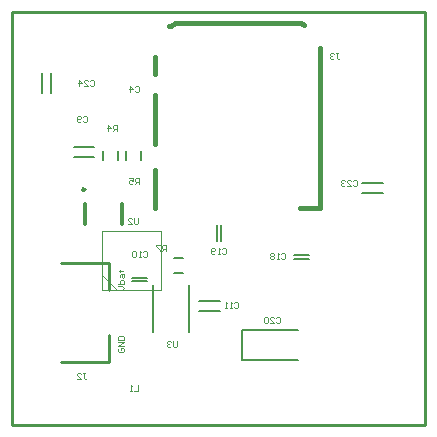
<source format=gbo>
G04 Layer_Color=32896*
%FSLAX24Y24*%
%MOIN*%
G70*
G01*
G75*
%ADD36C,0.0100*%
%ADD38C,0.0080*%
%ADD42C,0.0000*%
%ADD72C,0.0160*%
%ADD73C,0.0098*%
%ADD75C,0.0079*%
%ADD77C,0.0050*%
%ADD78C,0.0040*%
%ADD133C,0.0118*%
D36*
X32751Y27136D02*
Y28041D01*
X31176D02*
X32751D01*
Y24734D02*
Y25640D01*
X31176Y24734D02*
X32751D01*
X29528Y36417D02*
X43307D01*
Y22638D02*
Y36417D01*
X29528Y22638D02*
Y36417D01*
Y22638D02*
X43307D01*
D38*
X34237Y25746D02*
Y27321D01*
X35419Y25746D02*
Y27321D01*
D42*
X32543Y27133D02*
X34513D01*
X32543D02*
Y29103D01*
X34513D01*
Y27133D02*
Y29103D01*
X32877D02*
X32997D01*
X32877D02*
X32997D01*
X33074D02*
X33194D01*
X33074D02*
X33194D01*
X33271D02*
X33391D01*
X33271D02*
X33391D01*
X33468D02*
X33588D01*
X33468D02*
X33588D01*
X33664D02*
X33784D01*
X33664D02*
X33784D01*
X33861D02*
X33981D01*
X33861D02*
X33981D01*
X34058D02*
X34178D01*
X34058D02*
X34178D01*
X34513Y28648D02*
Y28768D01*
Y28648D02*
Y28768D01*
Y28451D02*
Y28572D01*
Y28451D02*
Y28572D01*
Y28255D02*
Y28375D01*
Y28255D02*
Y28375D01*
Y28058D02*
Y28178D01*
Y28058D02*
Y28178D01*
Y27861D02*
Y27981D01*
Y27861D02*
Y27981D01*
Y27664D02*
Y27784D01*
Y27664D02*
Y27784D01*
Y27467D02*
Y27587D01*
Y27467D02*
Y27587D01*
X34058Y27133D02*
X34178D01*
X34058D02*
X34178D01*
X33861D02*
X33981D01*
X33861D02*
X33981D01*
X33664D02*
X33784D01*
X33664D02*
X33784D01*
X33468D02*
X33588D01*
X33468D02*
X33588D01*
X33271D02*
X33391D01*
X33271D02*
X33391D01*
X33074D02*
X33194D01*
X33074D02*
X33194D01*
X32877D02*
X32997D01*
X32877D02*
X32997D01*
X32543Y27467D02*
Y27587D01*
Y27467D02*
Y27587D01*
Y27664D02*
Y27784D01*
Y27664D02*
Y27784D01*
Y27861D02*
Y27981D01*
Y27861D02*
Y27981D01*
Y28058D02*
Y28178D01*
Y28058D02*
Y28178D01*
Y28255D02*
Y28375D01*
Y28255D02*
Y28375D01*
Y28451D02*
Y28572D01*
Y28451D02*
Y28572D01*
Y28648D02*
Y28768D01*
Y28648D02*
Y28768D01*
Y27633D02*
X33043Y27133D01*
D72*
X39134Y29867D02*
X39803D01*
Y35222D01*
X34291Y34356D02*
Y34907D01*
Y31993D02*
Y33647D01*
Y29867D02*
Y31127D01*
X34764Y35930D02*
X34843D01*
X34961Y36048D01*
X39173D01*
X39252Y35970D01*
D73*
X31967Y30495D02*
G03*
X31967Y30495I-49J0D01*
G01*
D75*
X37208Y25818D02*
X39058D01*
X37208Y24818D02*
Y25818D01*
Y24818D02*
X39058D01*
D77*
X38921Y28179D02*
X39434D01*
X38921Y28297D02*
X39434D01*
X41213Y30705D02*
X41903D01*
X41213Y30390D02*
X41903D01*
X31583Y31895D02*
X32273D01*
X31583Y31580D02*
X32273D01*
X30835Y33693D02*
Y34383D01*
X30520Y33693D02*
Y34383D01*
X32578Y31488D02*
Y31788D01*
X33078Y31488D02*
Y31788D01*
X33328Y31488D02*
Y31788D01*
X33828Y31488D02*
Y31788D01*
X34938Y28218D02*
X35238D01*
X34938Y27718D02*
X35238D01*
X36369Y28781D02*
Y29294D01*
X36486Y28781D02*
Y29294D01*
X33521Y27547D02*
X34034D01*
X33521Y27429D02*
X34034D01*
X35763Y26450D02*
X36453D01*
X35763Y26765D02*
X36453D01*
D78*
X33111Y25221D02*
X33078Y25188D01*
Y25121D01*
X33111Y25088D01*
X33244D01*
X33278Y25121D01*
Y25188D01*
X33244Y25221D01*
X33178D01*
Y25154D01*
X33278Y25288D02*
X33078D01*
X33278Y25421D01*
X33078D01*
Y25488D02*
X33278D01*
Y25588D01*
X33244Y25621D01*
X33111D01*
X33078Y25588D01*
Y25488D01*
Y27138D02*
X33211D01*
X33278Y27204D01*
X33211Y27271D01*
X33078D01*
Y27338D02*
X33278D01*
Y27438D01*
X33244Y27471D01*
X33211D01*
X33178D01*
X33144Y27438D01*
Y27338D01*
Y27571D02*
Y27638D01*
X33178Y27671D01*
X33278D01*
Y27571D01*
X33244Y27538D01*
X33211Y27571D01*
Y27671D01*
X33111Y27771D02*
X33144D01*
Y27738D01*
Y27804D01*
Y27771D01*
X33244D01*
X33278Y27804D01*
X31894Y24388D02*
X31961D01*
X31928D01*
Y24221D01*
X31961Y24188D01*
X31994D01*
X32028Y24221D01*
X31694Y24188D02*
X31828D01*
X31694Y24321D01*
Y24354D01*
X31728Y24388D01*
X31794D01*
X31828Y24354D01*
X33644Y33904D02*
X33678Y33938D01*
X33744D01*
X33778Y33904D01*
Y33771D01*
X33744Y33738D01*
X33678D01*
X33644Y33771D01*
X33478Y33738D02*
Y33938D01*
X33578Y33838D01*
X33444D01*
X31894Y32904D02*
X31928Y32938D01*
X31994D01*
X32028Y32904D01*
Y32771D01*
X31994Y32738D01*
X31928D01*
X31894Y32771D01*
X31828D02*
X31794Y32738D01*
X31728D01*
X31694Y32771D01*
Y32904D01*
X31728Y32938D01*
X31794D01*
X31828Y32904D01*
Y32871D01*
X31794Y32838D01*
X31694D01*
X33894Y28404D02*
X33928Y28438D01*
X33994D01*
X34028Y28404D01*
Y28271D01*
X33994Y28238D01*
X33928D01*
X33894Y28271D01*
X33828Y28238D02*
X33761D01*
X33794D01*
Y28438D01*
X33828Y28404D01*
X33661D02*
X33628Y28438D01*
X33561D01*
X33528Y28404D01*
Y28271D01*
X33561Y28238D01*
X33628D01*
X33661Y28271D01*
Y28404D01*
X36944Y26704D02*
X36978Y26738D01*
X37044D01*
X37078Y26704D01*
Y26571D01*
X37044Y26538D01*
X36978D01*
X36944Y26571D01*
X36878Y26538D02*
X36811D01*
X36844D01*
Y26738D01*
X36878Y26704D01*
X36711Y26538D02*
X36644D01*
X36678D01*
Y26738D01*
X36711Y26704D01*
X38494Y28354D02*
X38528Y28388D01*
X38594D01*
X38628Y28354D01*
Y28221D01*
X38594Y28188D01*
X38528D01*
X38494Y28221D01*
X38428Y28188D02*
X38361D01*
X38394D01*
Y28388D01*
X38428Y28354D01*
X38261D02*
X38228Y28388D01*
X38161D01*
X38128Y28354D01*
Y28321D01*
X38161Y28288D01*
X38128Y28254D01*
Y28221D01*
X38161Y28188D01*
X38228D01*
X38261Y28221D01*
Y28254D01*
X38228Y28288D01*
X38261Y28321D01*
Y28354D01*
X38228Y28288D02*
X38161D01*
X36544Y28504D02*
X36578Y28538D01*
X36644D01*
X36678Y28504D01*
Y28371D01*
X36644Y28338D01*
X36578D01*
X36544Y28371D01*
X36478Y28338D02*
X36411D01*
X36444D01*
Y28538D01*
X36478Y28504D01*
X36311Y28371D02*
X36278Y28338D01*
X36211D01*
X36178Y28371D01*
Y28504D01*
X36211Y28538D01*
X36278D01*
X36311Y28504D01*
Y28471D01*
X36278Y28438D01*
X36178D01*
X38344Y26204D02*
X38378Y26238D01*
X38444D01*
X38478Y26204D01*
Y26071D01*
X38444Y26038D01*
X38378D01*
X38344Y26071D01*
X38144Y26038D02*
X38278D01*
X38144Y26171D01*
Y26204D01*
X38178Y26238D01*
X38244D01*
X38278Y26204D01*
X38078D02*
X38044Y26238D01*
X37978D01*
X37944Y26204D01*
Y26071D01*
X37978Y26038D01*
X38044D01*
X38078Y26071D01*
Y26204D01*
X40894Y30774D02*
X40928Y30808D01*
X40994D01*
X41028Y30774D01*
Y30641D01*
X40994Y30608D01*
X40928D01*
X40894Y30641D01*
X40694Y30608D02*
X40828D01*
X40694Y30741D01*
Y30774D01*
X40728Y30808D01*
X40794D01*
X40828Y30774D01*
X40628D02*
X40594Y30808D01*
X40528D01*
X40494Y30774D01*
Y30741D01*
X40528Y30708D01*
X40561D01*
X40528D01*
X40494Y30674D01*
Y30641D01*
X40528Y30608D01*
X40594D01*
X40628Y30641D01*
X32144Y34104D02*
X32178Y34138D01*
X32244D01*
X32278Y34104D01*
Y33971D01*
X32244Y33938D01*
X32178D01*
X32144Y33971D01*
X31944Y33938D02*
X32078D01*
X31944Y34071D01*
Y34104D01*
X31978Y34138D01*
X32044D01*
X32078Y34104D01*
X31778Y33938D02*
Y34138D01*
X31878Y34038D01*
X31744D01*
X40344Y35038D02*
X40411D01*
X40378D01*
Y34871D01*
X40411Y34838D01*
X40444D01*
X40478Y34871D01*
X40278Y35004D02*
X40244Y35038D01*
X40178D01*
X40144Y35004D01*
Y34971D01*
X40178Y34938D01*
X40211D01*
X40178D01*
X40144Y34904D01*
Y34871D01*
X40178Y34838D01*
X40244D01*
X40278Y34871D01*
X33728Y23988D02*
Y23788D01*
X33594D01*
X33528D02*
X33461D01*
X33494D01*
Y23988D01*
X33528Y23954D01*
X33028Y32438D02*
Y32638D01*
X32928D01*
X32894Y32604D01*
Y32538D01*
X32928Y32504D01*
X33028D01*
X32961D02*
X32894Y32438D01*
X32728D02*
Y32638D01*
X32828Y32538D01*
X32694D01*
X33778Y30688D02*
Y30888D01*
X33678D01*
X33644Y30854D01*
Y30788D01*
X33678Y30754D01*
X33778D01*
X33711D02*
X33644Y30688D01*
X33444Y30888D02*
X33578D01*
Y30788D01*
X33511Y30821D01*
X33478D01*
X33444Y30788D01*
Y30721D01*
X33478Y30688D01*
X33544D01*
X33578Y30721D01*
X34678Y28438D02*
Y28638D01*
X34578D01*
X34544Y28604D01*
Y28538D01*
X34578Y28504D01*
X34678D01*
X34611D02*
X34544Y28438D01*
X34478Y28638D02*
X34344D01*
Y28604D01*
X34478Y28471D01*
Y28438D01*
X33728Y29548D02*
Y29381D01*
X33694Y29348D01*
X33628D01*
X33594Y29381D01*
Y29548D01*
X33394Y29348D02*
X33528D01*
X33394Y29481D01*
Y29514D01*
X33428Y29548D01*
X33494D01*
X33528Y29514D01*
X35028Y25438D02*
Y25271D01*
X34994Y25238D01*
X34928D01*
X34894Y25271D01*
Y25438D01*
X34828Y25404D02*
X34794Y25438D01*
X34728D01*
X34694Y25404D01*
Y25371D01*
X34728Y25338D01*
X34761D01*
X34728D01*
X34694Y25304D01*
Y25271D01*
X34728Y25238D01*
X34794D01*
X34828Y25271D01*
D133*
X33188Y29343D02*
Y29993D01*
X31967Y29343D02*
Y29993D01*
M02*

</source>
